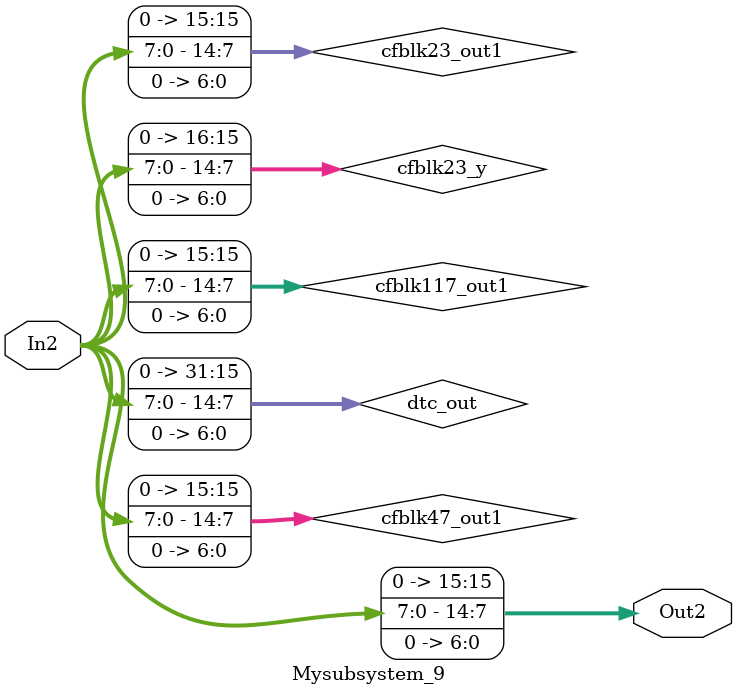
<source format=v>



`timescale 1 ns / 1 ns

module Mysubsystem_9
          (In2,
           Out2);


  input   [7:0] In2;  // uint8
  output  [15:0] Out2;  // ufix16_En7


  wire [15:0] cfblk47_out1;  // ufix16_En7
  wire [31:0] dtc_out;  // ufix32_En7
  wire [15:0] cfblk117_out1;  // ufix16_En7
  wire [16:0] cfblk23_y;  // ufix17_En7
  wire [15:0] cfblk23_out1;  // ufix16_En7


  assign cfblk47_out1 = {1'b0, {In2, 7'b0000000}};



  assign dtc_out = {16'b0, cfblk47_out1};



  assign cfblk117_out1 = dtc_out[15:0];



  assign cfblk23_y = {1'b0, cfblk117_out1};
  assign cfblk23_out1 = cfblk23_y[15:0];



  assign Out2 = cfblk23_out1;

endmodule  // Mysubsystem_9


</source>
